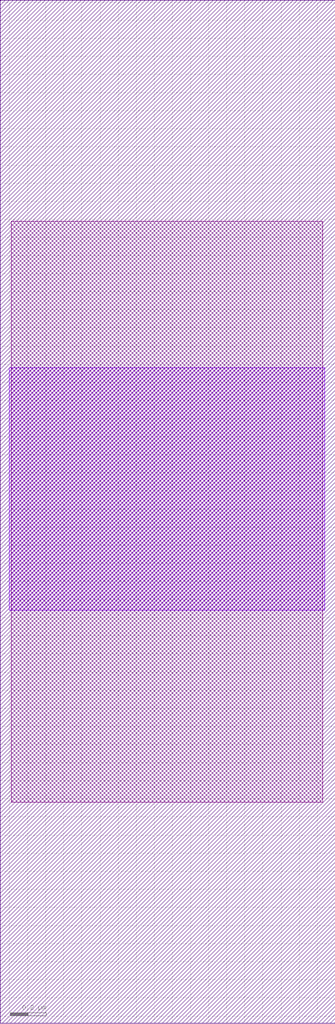
<source format=lef>
VERSION 5.7 ;
  NOWIREEXTENSIONATPIN ON ;
  DIVIDERCHAR "/" ;
  BUSBITCHARS "[]" ;
UNITS
  DATABASE MICRONS 200 ;
END UNITS

LAYER via2
  TYPE CUT ;
END via2

LAYER via
  TYPE CUT ;
END via

LAYER nwell
  TYPE MASTERSLICE ;
END nwell

LAYER via3
  TYPE CUT ;
END via3

LAYER pwell
  TYPE MASTERSLICE ;
END pwell

LAYER via4
  TYPE CUT ;
END via4

LAYER mcon
  TYPE CUT ;
END mcon

LAYER met6
  TYPE ROUTING ;
  WIDTH 0.030000 ;
  SPACING 0.040000 ;
  DIRECTION HORIZONTAL ;
END met6

LAYER met1
  TYPE ROUTING ;
  WIDTH 0.140000 ;
  SPACING 0.140000 ;
  DIRECTION HORIZONTAL ;
END met1

LAYER met3
  TYPE ROUTING ;
  WIDTH 0.300000 ;
  SPACING 0.300000 ;
  DIRECTION HORIZONTAL ;
END met3

LAYER met2
  TYPE ROUTING ;
  WIDTH 0.140000 ;
  SPACING 0.140000 ;
  DIRECTION HORIZONTAL ;
END met2

LAYER met4
  TYPE ROUTING ;
  WIDTH 0.300000 ;
  SPACING 0.300000 ;
  DIRECTION HORIZONTAL ;
END met4

LAYER met5
  TYPE ROUTING ;
  WIDTH 1.600000 ;
  SPACING 1.600000 ;
  DIRECTION HORIZONTAL ;
END met5

LAYER li1
  TYPE ROUTING ;
  WIDTH 0.170000 ;
  SPACING 0.170000 ;
  DIRECTION HORIZONTAL ;
END li1

MACRO sky130_hilas_DAC6TransistorStack01b
  CLASS BLOCK ;
  FOREIGN sky130_hilas_DAC6TransistorStack01b ;
  ORIGIN -0.150 1.740 ;
  SIZE 1.850 BY 5.650 ;
  OBS
      LAYER li1 ;
        RECT 0.210 -0.520 1.930 2.690 ;
      LAYER met1 ;
        RECT 0.200 0.540 1.940 1.880 ;
  END
END sky130_hilas_DAC6TransistorStack01b
END LIBRARY


</source>
